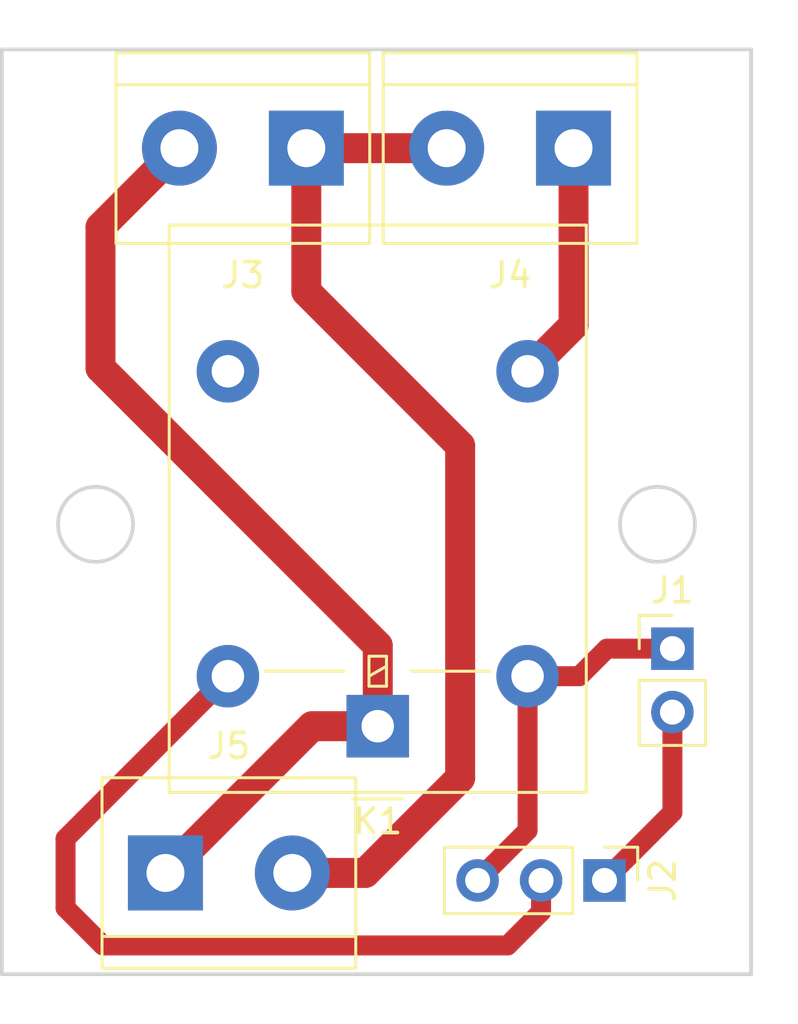
<source format=kicad_pcb>
(kicad_pcb (version 20211014) (generator pcbnew)
  (title_block (title "Circuit de commande lumière (primaire)") (date "2022-03-06") (rev "1.2") (company "Maxime MAUCOURANT"))
  (layers (0 "F.Cu" signal) (31 "B.Cu" signal) (34 "B.Paste" user) (35 "F.Paste" user) (36 "B.SilkS" user "B.Silkscreen") (37 "F.SilkS" user "F.Silkscreen") (38 "B.Mask" user) (39 "F.Mask" user) (44 "Edge.Cuts" user))
  (net 0 "")
  (net 1 "Net-(J1-Pad1)")
  (net 2 "Net-(J2-Pad1)")
  (net 3 "Net-(J2-Pad2)")
  (net 5 "Net-(J4-Pad2)")
  (net 6 "Net-(J5-Pad1)")
  (net 7 "Net-(J4-Pad1)")
  (footprint "Connector_PinHeader_2.54mm:PinHeader_1x02_P2.54mm_Vertical" (layer "F.Cu") (at 155.6 93.525)
    (fp_text reference "J1" (at 0 -2.33) (layer "F.SilkS"))
    (fp_text value "Conn_Power")
    (fp_line (start -1.33 0) (end -1.33 -1.33) (layer "F.SilkS") (width 0.12))
    (fp_line (start -1.33 3.87) (end 1.33 3.87) (layer "F.SilkS") (width 0.12))
    (fp_line (start -1.33 -1.33) (end 0 -1.33) (layer "F.SilkS") (width 0.12))
    (fp_line (start -1.33 1.27) (end 1.33 1.27) (layer "F.SilkS") (width 0.12))
    (fp_line (start -1.33 1.27) (end -1.33 3.87) (layer "F.SilkS") (width 0.12))
    (fp_line (start 1.33 1.27) (end 1.33 3.87) (layer "F.SilkS") (width 0.12))
    (pad "1" thru_hole rect locked (at 0 0) (size 1.7 1.7) (drill 1) (layers *.Cu *.Mask) (net 1 "Net-(J1-Pad1)"))
    (pad "2" thru_hole oval locked (at 0 2.54) (size 1.7 1.7) (drill 1) (layers *.Cu *.Mask) (net 2 "Net-(J2-Pad1)"))
  )
  (footprint "TerminalBlock:TerminalBlock_bornier-2_P5.08mm" (layer "F.Cu") (at 135.3 102.5)
    (fp_text reference "J5" (at 2.54 -5.08) (layer "F.SilkS"))
    (fp_text value "Transformer")
    (fp_line (start 7.62 3.81) (end 7.62 -3.81) (layer "F.SilkS") (width 0.12))
    (fp_line (start 7.62 2.54) (end -2.54 2.54) (layer "F.SilkS") (width 0.12))
    (fp_line (start -2.54 -3.81) (end -2.54 3.81) (layer "F.SilkS") (width 0.12))
    (fp_line (start -2.54 3.81) (end 7.62 3.81) (layer "F.SilkS") (width 0.12))
    (fp_line (start 7.62 -3.81) (end -2.54 -3.81) (layer "F.SilkS") (width 0.12))
    (pad "1" thru_hole rect locked (at 0 0) (size 3 3) (drill 1.52) (layers *.Cu *.Mask) (net 6 "Net-(J5-Pad1)"))
    (pad "2" thru_hole circle locked (at 5.08 0) (size 3 3) (drill 1.52) (layers *.Cu *.Mask) (net 5 "Net-(J4-Pad2)"))
  )
  (footprint "Relay_THT:Relay_SPDT_Omron-G5LE-1" (layer "F.Cu") (at 143.8 96.6275 180)
    (fp_text reference "K1" (at 0 -3.8) (layer "F.SilkS"))
    (fp_text value "5V")
    (fp_line (start -4.5 2.2) (end -1.35 2.2) (layer "F.SilkS") (width 0.12))
    (fp_line (start 0.35 1.6) (end -0.35 1.6) (layer "F.SilkS") (width 0.12))
    (fp_line (start -0.35 1.6) (end -0.35 2.8) (layer "F.SilkS") (width 0.12))
    (fp_line (start 1.35 2.2) (end 4.5 2.2) (layer "F.SilkS") (width 0.12))
    (fp_line (start -1 -2.91) (end 1 -2.91) (layer "F.SilkS") (width 0.12))
    (fp_line (start -0.35 2.4) (end 0.35 2) (layer "F.SilkS") (width 0.12))
    (fp_line (start -0.35 2.8) (end 0.35 2.8) (layer "F.SilkS") (width 0.12))
    (fp_line (start -8.35 20.05) (end 8.35 20.05) (layer "F.SilkS") (width 0.12))
    (fp_line (start 8.35 20.05) (end 8.35 -2.65) (layer "F.SilkS") (width 0.12))
    (fp_line (start -8.35 -2.65) (end -8.35 20.05) (layer "F.SilkS") (width 0.12))
    (fp_line (start 0.35 2.8) (end 0.35 1.6) (layer "F.SilkS") (width 0.12))
    (fp_line (start 8.35 -2.65) (end -8.35 -2.65) (layer "F.SilkS") (width 0.12))
    (pad "1" thru_hole rect locked (at 0 0 180) (size 2.5 2.5) (drill 1.3) (layers *.Cu *.Mask) (net 6 "Net-(J5-Pad1)"))
    (pad "2" thru_hole oval locked (at -6 2 180) (size 2.5 2.5) (drill 1.3) (layers *.Cu *.Mask) (net 1 "Net-(J1-Pad1)"))
    (pad "3" thru_hole oval locked (at -6 14.2 180) (size 2.5 2.5) (drill 1.3) (layers *.Cu *.Mask) (net 7 "Net-(J4-Pad1)"))
    (pad "4" thru_hole oval locked (at 6 14.2 180) (size 2.5 2.5) (drill 1.3) (layers *.Cu *.Mask))
    (pad "5" thru_hole oval locked (at 6 2 180) (size 2.5 2.5) (drill 1.3) (layers *.Cu *.Mask) (net 3 "Net-(J2-Pad2)"))
  )
  (footprint "Connector_PinHeader_2.54mm:PinHeader_1x03_P2.54mm_Vertical" (layer "F.Cu") (at 152.88 102.8 -90)
    (fp_text reference "J2" (at 0 -2.33 90) (layer "F.SilkS"))
    (fp_text value "Conn_Power&Control")
    (fp_line (start -1.33 -1.33) (end 0 -1.33) (layer "F.SilkS") (width 0.12))
    (fp_line (start 1.33 1.27) (end 1.33 6.41) (layer "F.SilkS") (width 0.12))
    (fp_line (start -1.33 0) (end -1.33 -1.33) (layer "F.SilkS") (width 0.12))
    (fp_line (start -1.33 6.41) (end 1.33 6.41) (layer "F.SilkS") (width 0.12))
    (fp_line (start -1.33 1.27) (end -1.33 6.41) (layer "F.SilkS") (width 0.12))
    (fp_line (start -1.33 1.27) (end 1.33 1.27) (layer "F.SilkS") (width 0.12))
    (pad "1" thru_hole rect locked (at 0 0 270) (size 1.7 1.7) (drill 1) (layers *.Cu *.Mask) (net 2 "Net-(J2-Pad1)"))
    (pad "2" thru_hole oval locked (at 0 2.54 270) (size 1.7 1.7) (drill 1) (layers *.Cu *.Mask) (net 3 "Net-(J2-Pad2)"))
    (pad "3" thru_hole oval locked (at 0 5.08 270) (size 1.7 1.7) (drill 1) (layers *.Cu *.Mask) (net 1 "Net-(J1-Pad1)"))
  )
  (footprint "TerminalBlock:TerminalBlock_bornier-2_P5.08mm" (layer "F.Cu") (at 140.94 73.5 180)
    (fp_text reference "J3" (at 2.54 -5.08) (layer "F.SilkS"))
    (fp_text value "AC Input")
    (fp_line (start 7.62 2.54) (end -2.54 2.54) (layer "F.SilkS") (width 0.12))
    (fp_line (start -2.54 -3.81) (end -2.54 3.81) (layer "F.SilkS") (width 0.12))
    (fp_line (start 7.62 -3.81) (end -2.54 -3.81) (layer "F.SilkS") (width 0.12))
    (fp_line (start -2.54 3.81) (end 7.62 3.81) (layer "F.SilkS") (width 0.12))
    (fp_line (start 7.62 3.81) (end 7.62 -3.81) (layer "F.SilkS") (width 0.12))
    (pad "1" thru_hole rect locked (at 0 0 180) (size 3 3) (drill 1.52) (layers *.Cu *.Mask) (net 5 "Net-(J4-Pad2)"))
    (pad "2" thru_hole circle locked (at 5.08 0 180) (size 3 3) (drill 1.52) (layers *.Cu *.Mask) (net 6 "Net-(J5-Pad1)"))
  )
  (footprint "TerminalBlock:TerminalBlock_bornier-2_P5.08mm" (layer "F.Cu") (at 151.64 73.5 180)
    (fp_text reference "J4" (at 2.54 -5.08) (layer "F.SilkS"))
    (fp_text value "Light")
    (fp_line (start -2.54 3.81) (end 7.62 3.81) (layer "F.SilkS") (width 0.12))
    (fp_line (start -2.54 -3.81) (end -2.54 3.81) (layer "F.SilkS") (width 0.12))
    (fp_line (start 7.62 3.81) (end 7.62 -3.81) (layer "F.SilkS") (width 0.12))
    (fp_line (start 7.62 -3.81) (end -2.54 -3.81) (layer "F.SilkS") (width 0.12))
    (fp_line (start 7.62 2.54) (end -2.54 2.54) (layer "F.SilkS") (width 0.12))
    (pad "1" thru_hole rect locked (at 0 0 180) (size 3 3) (drill 1.52) (layers *.Cu *.Mask) (net 7 "Net-(J4-Pad1)"))
    (pad "2" thru_hole circle locked (at 5.08 0 180) (size 3 3) (drill 1.52) (layers *.Cu *.Mask) (net 5 "Net-(J4-Pad2)"))
  )
  (gr_line (start 128.75 69.55) (end 128.75 106.55) (layer "Edge.Cuts") (width 0.15))
  (gr_line (start 158.75 69.55) (end 158.75 106.55) (layer "Edge.Cuts") (width 0.15))
  (gr_circle (center 132.5 88.55) (end 134 88.55) (layer "Edge.Cuts") (width 0.15) (fill none))
  (gr_line (start 128.75 106.55) (end 158.75 106.55) (layer "Edge.Cuts") (width 0.15))
  (gr_circle (center 155 88.55) (end 156.5 88.55) (layer "Edge.Cuts") (width 0.15) (fill none))
  (gr_line (start 128.75 69.55) (end 158.75 69.55) (layer "Edge.Cuts") (width 0.15))
  (segment (start 149.8 100.8) (end 149.8 94.6275) (width 0.8) (layer "F.Cu") (net 1))
  (segment (start 155.6 93.525) (end 152.975 93.525) (width 0.8) (layer "F.Cu") (net 1))
  (segment (start 151.8725 94.6275) (end 149.8 94.6275) (width 0.8) (layer "F.Cu") (net 1))
  (segment (start 152.975 93.525) (end 151.8725 94.6275) (width 0.8) (layer "F.Cu") (net 1))
  (segment (start 147.8 102.8) (end 149.8 100.8) (width 0.8) (layer "F.Cu") (net 1))
  (segment (start 155.6 96.065) (end 155.6 100.08) (width 0.8) (layer "F.Cu") (net 2))
  (segment (start 155.6 100.08) (end 152.88 102.8) (width 0.8) (layer "F.Cu") (net 2))
  (segment (start 137.8 94.6275) (end 131.3 101.1275) (width 0.8) (layer "F.Cu") (net 3))
  (segment (start 131.3 101.1275) (end 131.3 103.9) (width 0.8) (layer "F.Cu") (net 3))
  (segment (start 132.8 105.4) (end 149 105.4) (width 0.8) (layer "F.Cu") (net 3))
  (segment (start 150.34 104.06) (end 150.34 102.8) (width 0.8) (layer "F.Cu") (net 3))
  (segment (start 131.3 103.9) (end 132.8 105.4) (width 0.8) (layer "F.Cu") (net 3))
  (segment (start 149 105.4) (end 150.34 104.06) (width 0.8) (layer "F.Cu") (net 3))
  (segment (start 140.94 73.5) (end 146.56 73.5) (width 1.2) (layer "F.Cu") (net 5))
  (segment (start 143.3 102.5) (end 147.1 98.7) (width 1.2) (layer "F.Cu") (net 5))
  (segment (start 147.1 85.4) (end 140.94 79.24) (width 1.2) (layer "F.Cu") (net 5))
  (segment (start 140.94 79.24) (end 140.94 73.5) (width 1.2) (layer "F.Cu") (net 5))
  (segment (start 140.38 102.5) (end 143.3 102.5) (width 1.2) (layer "F.Cu") (net 5))
  (segment (start 147.1 98.7) (end 147.1 85.4) (width 1.2) (layer "F.Cu") (net 5))
  (segment (start 132.7 76.66) (end 135.86 73.5) (width 1.2) (layer "F.Cu") (net 6))
  (segment (start 141.1725 96.6275) (end 143.8 96.6275) (width 1.2) (layer "F.Cu") (net 6))
  (segment (start 135.3 102.5) (end 141.1725 96.6275) (width 1.2) (layer "F.Cu") (net 6))
  (segment (start 143.8 93.4) (end 132.7 82.3) (width 1.2) (layer "F.Cu") (net 6))
  (segment (start 132.7 82.3) (end 132.7 76.66) (width 1.2) (layer "F.Cu") (net 6))
  (segment (start 143.8 96.6275) (end 143.8 93.4) (width 1.2) (layer "F.Cu") (net 6))
  (segment (start 151.64 80.5875) (end 151.64 73.5) (width 1.2) (layer "F.Cu") (net 7))
  (segment (start 149.8 82.4275) (end 151.64 80.5875) (width 1.2) (layer "F.Cu") (net 7))
)
</source>
